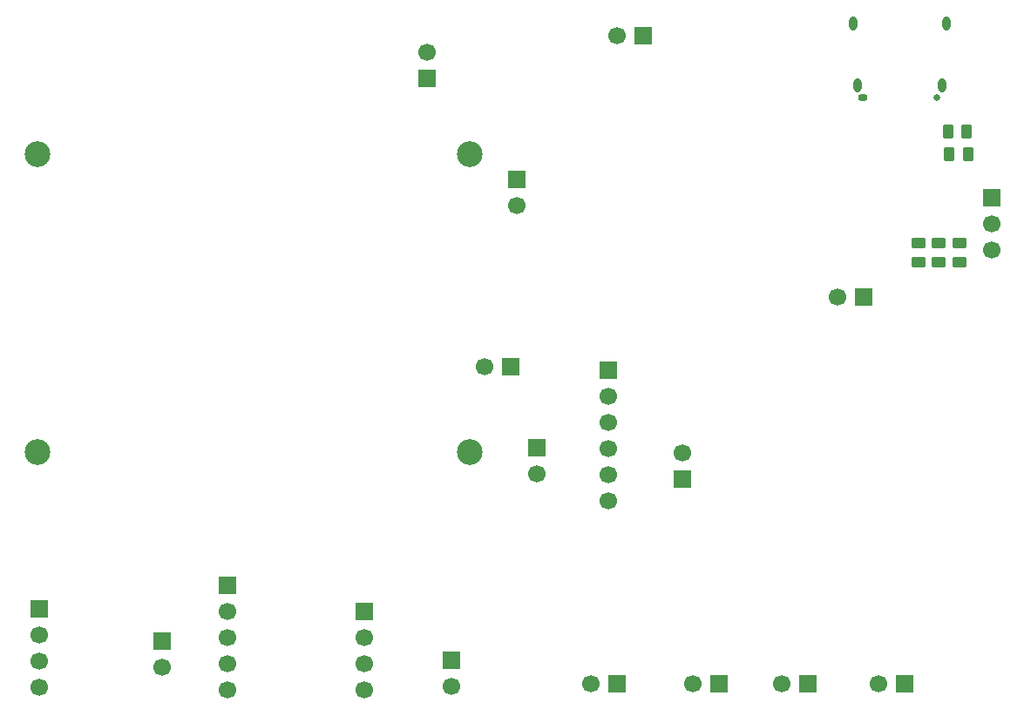
<source format=gbr>
%TF.GenerationSoftware,KiCad,Pcbnew,9.0.1+1*%
%TF.CreationDate,2025-09-07T18:25:15+00:00*%
%TF.ProjectId,ZSWatch-Watch-DevKit,5a535761-7463-4682-9d57-617463682d44,1.2.0*%
%TF.SameCoordinates,Original*%
%TF.FileFunction,Soldermask,Bot*%
%TF.FilePolarity,Negative*%
%FSLAX46Y46*%
G04 Gerber Fmt 4.6, Leading zero omitted, Abs format (unit mm)*
G04 Created by KiCad (PCBNEW 9.0.1+1) date 2025-09-07 18:25:15*
%MOMM*%
%LPD*%
G01*
G04 APERTURE LIST*
G04 Aperture macros list*
%AMRoundRect*
0 Rectangle with rounded corners*
0 $1 Rounding radius*
0 $2 $3 $4 $5 $6 $7 $8 $9 X,Y pos of 4 corners*
0 Add a 4 corners polygon primitive as box body*
4,1,4,$2,$3,$4,$5,$6,$7,$8,$9,$2,$3,0*
0 Add four circle primitives for the rounded corners*
1,1,$1+$1,$2,$3*
1,1,$1+$1,$4,$5*
1,1,$1+$1,$6,$7*
1,1,$1+$1,$8,$9*
0 Add four rect primitives between the rounded corners*
20,1,$1+$1,$2,$3,$4,$5,0*
20,1,$1+$1,$4,$5,$6,$7,0*
20,1,$1+$1,$6,$7,$8,$9,0*
20,1,$1+$1,$8,$9,$2,$3,0*%
G04 Aperture macros list end*
%ADD10R,1.700000X1.700000*%
%ADD11C,1.700000*%
%ADD12C,2.500000*%
%ADD13C,0.650000*%
%ADD14O,0.950000X0.650000*%
%ADD15O,0.800000X1.400000*%
%ADD16RoundRect,0.250000X0.450000X-0.262500X0.450000X0.262500X-0.450000X0.262500X-0.450000X-0.262500X0*%
%ADD17RoundRect,0.250000X0.262500X0.450000X-0.262500X0.450000X-0.262500X-0.450000X0.262500X-0.450000X0*%
G04 APERTURE END LIST*
D10*
%TO.C,X508*%
X200900000Y-120700000D03*
D11*
X200900000Y-118160000D03*
%TD*%
D10*
%TO.C,X503*%
X175100000Y-175400000D03*
D11*
X175100000Y-177940000D03*
%TD*%
D12*
%TO.C,REF\u002A\u002A*%
X205000000Y-157000000D03*
%TD*%
D10*
%TO.C,X610*%
X211500000Y-156600000D03*
D11*
X211500000Y-159140000D03*
%TD*%
D10*
%TO.C,X403*%
X163200000Y-172220000D03*
D11*
X163200000Y-174760000D03*
X163200000Y-177300000D03*
X163200000Y-179840000D03*
%TD*%
D10*
%TO.C,X504*%
X194800000Y-172490000D03*
D11*
X194800000Y-175030000D03*
X194800000Y-177570000D03*
X194800000Y-180110000D03*
%TD*%
D10*
%TO.C,X606*%
X225700000Y-159640000D03*
D11*
X225700000Y-157100000D03*
%TD*%
D10*
%TO.C,X401*%
X221865000Y-116500000D03*
D11*
X219325000Y-116500000D03*
%TD*%
D10*
%TO.C,X501*%
X229200000Y-179500000D03*
D11*
X226660000Y-179500000D03*
%TD*%
D10*
%TO.C,X502*%
X181500000Y-169980000D03*
D11*
X181500000Y-172520000D03*
X181500000Y-175060000D03*
X181500000Y-177600000D03*
X181500000Y-180140000D03*
%TD*%
D10*
%TO.C,X506*%
X237840000Y-179500000D03*
D11*
X235300000Y-179500000D03*
%TD*%
D10*
%TO.C,X607*%
X209600000Y-130525000D03*
D11*
X209600000Y-133065000D03*
%TD*%
D10*
%TO.C,X505*%
X219340000Y-179500000D03*
D11*
X216800000Y-179500000D03*
%TD*%
D10*
%TO.C,X604*%
X255700000Y-132270000D03*
D11*
X255700000Y-134810000D03*
X255700000Y-137350000D03*
%TD*%
D10*
%TO.C,X507*%
X247300000Y-179500000D03*
D11*
X244760000Y-179500000D03*
%TD*%
D13*
%TO.C,X603*%
X250400000Y-122560000D03*
D14*
X243200000Y-122560000D03*
D15*
X251290000Y-115360000D03*
X250930000Y-121310000D03*
X242670000Y-121310000D03*
X242310000Y-115360000D03*
%TD*%
D10*
%TO.C,X609*%
X208975000Y-148700000D03*
D11*
X206435000Y-148700000D03*
%TD*%
D12*
%TO.C,REF\u002A\u002A*%
X163000000Y-157000000D03*
%TD*%
%TO.C,REF\u002A\u002A*%
X205000000Y-128000000D03*
%TD*%
D10*
%TO.C,X510*%
X203200000Y-177260000D03*
D11*
X203200000Y-179800000D03*
%TD*%
D10*
%TO.C,X605*%
X218500000Y-149050000D03*
D11*
X218500000Y-151590000D03*
X218500000Y-154130000D03*
X218500000Y-156670000D03*
X218500000Y-159210000D03*
X218500000Y-161750000D03*
%TD*%
D12*
%TO.C,REF\u002A\u002A*%
X163000000Y-128000000D03*
%TD*%
D10*
%TO.C,X602*%
X243300000Y-141900000D03*
D11*
X240760000Y-141900000D03*
%TD*%
D16*
%TO.C,R607*%
X248600000Y-138512500D03*
X248600000Y-136687500D03*
%TD*%
%TO.C,R611*%
X252600000Y-138512500D03*
X252600000Y-136687500D03*
%TD*%
%TO.C,R608*%
X250600000Y-138512500D03*
X250600000Y-136687500D03*
%TD*%
D17*
%TO.C,R609*%
X253412500Y-128000000D03*
X251587500Y-128000000D03*
%TD*%
%TO.C,R610*%
X253312500Y-125800000D03*
X251487500Y-125800000D03*
%TD*%
M02*

</source>
